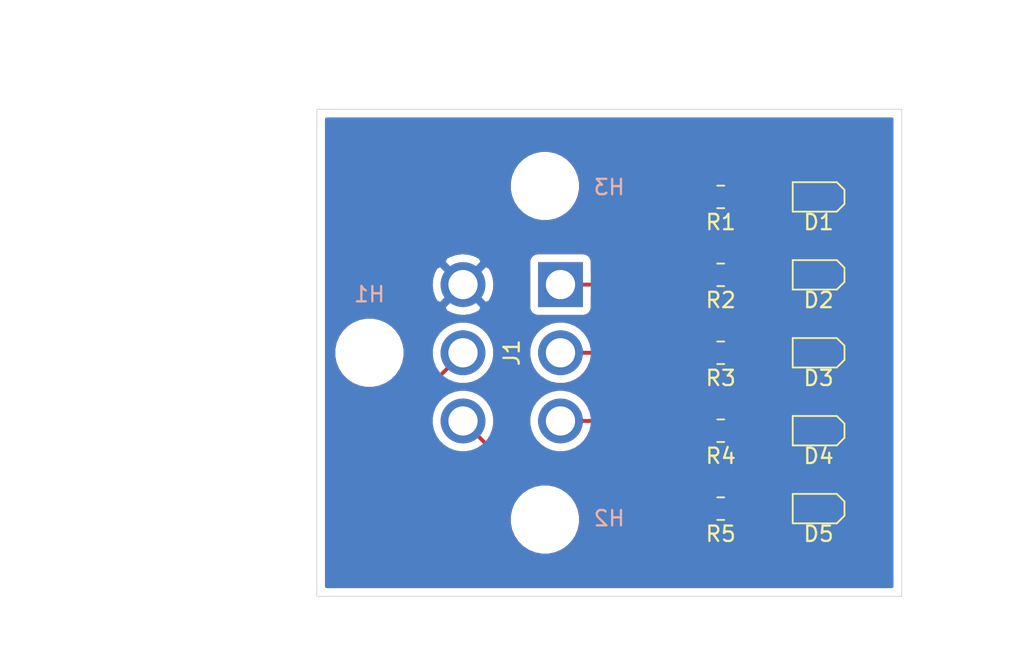
<source format=kicad_pcb>
(kicad_pcb (version 20240108) (generator "pcbnew") (generator_version "8.0")
  (layers (0 "F.Cu" signal) (31 "B.Cu" signal) (34 "B.Paste" user) (35 "F.Paste" user) (36 "B.SilkS" user "B.Silkscreen") (37 "F.SilkS" user "F.Silkscreen") (38 "B.Mask" user) (39 "F.Mask" user) (44 "Edge.Cuts" user))
  (net 0 "")
  (net 1 "GND")
  (net 2 "Net-(J1-Pad1)")
  (net 3 "Net-(J1-Pad2)")
  (net 4 "Net-(J1-Pad3)")
  (net 5 "Net-(J1-Pad4)")
  (net 6 "Net-(J1-Pad5)")
  (net 7 "Net-(D1-Pad1)")
  (net 8 "Net-(D2-Pad1)")
  (net 9 "Net-(D3-Pad1)")
  (net 10 "Net-(D4-Pad1)")
  (net 11 "Net-(D5-Pad1)")
  (footprint "Resistor_SMD:R_0805_2012Metric" (layer "F.Cu") (at 140.6125 90.17 180)
    (property "Reference" "R2" (at 0 -1.65 0) (layer "F.SilkS"))
    (property "Value" "1k")
    (fp_line (start -0.227064 0.735) (end 0.227064 0.735) (stroke (width 0.12)) (layer "F.SilkS"))
    (fp_line (start -0.227064 -0.735) (end 0.227064 -0.735) (stroke (width 0.12)) (layer "F.SilkS"))
    (pad "1" smd roundrect (at -0.9125 0 180) (size 1.025 1.4) (layers "F.Cu" "F.Paste" "F.Mask") (roundrect_rratio 0.243902) (net 8 "Net-(D2-Pad1)"))
    (pad "2" smd roundrect (at 0.9125 0 180) (size 1.025 1.4) (layers "F.Cu" "F.Paste" "F.Mask") (roundrect_rratio 0.243902) (net 3 "Net-(J1-Pad2)"))
  )
  (footprint "Example_Design:LED_0805_2012Metric" (layer "F.Cu") (at 146.9875 85.09 180)
    (property "Reference" "D1" (at 0 -1.65 0) (layer "F.SilkS"))
    (property "Value" "LED")
    (fp_line (start 1.685 -0.96) (end 1.685 0.96) (stroke (width 0.12)) (layer "F.SilkS"))
    (fp_line (start 1.685 -0.96) (end -1.185 -0.96) (stroke (width 0.12)) (layer "F.SilkS"))
    (fp_line (start -1.185 0.96) (end 1.685 0.96) (stroke (width 0.12)) (layer "F.SilkS"))
    (fp_line (start -1.185 0.96) (end -1.685 0.46) (stroke (width 0.12)) (layer "F.SilkS"))
    (fp_line (start -1.185 -0.96) (end -1.685 -0.46) (stroke (width 0.12)) (layer "F.SilkS"))
    (fp_line (start -1.685 -0.46) (end -1.685 0.46) (stroke (width 0.12)) (layer "F.SilkS"))
    (pad "1" smd roundrect (at 0.9375 0 180) (size 0.975 1.4) (layers "F.Cu" "F.Paste" "F.Mask") (net 7 "Net-(D1-Pad1)"))
    (pad "2" smd roundrect (at -0.9375 0 180) (size 0.975 1.4) (layers "F.Cu" "F.Paste" "F.Mask") (net 1 "GND"))
  )
  (footprint "Example_Design:LED_0805_2012Metric" (layer "F.Cu") (at 146.9875 105.41 180)
    (property "Reference" "D5" (at 0 -1.65 0) (layer "F.SilkS"))
    (property "Value" "LED")
    (fp_line (start 1.685 -0.96) (end 1.685 0.96) (stroke (width 0.12)) (layer "F.SilkS"))
    (fp_line (start 1.685 -0.96) (end -1.185 -0.96) (stroke (width 0.12)) (layer "F.SilkS"))
    (fp_line (start -1.185 0.96) (end 1.685 0.96) (stroke (width 0.12)) (layer "F.SilkS"))
    (fp_line (start -1.185 0.96) (end -1.685 0.46) (stroke (width 0.12)) (layer "F.SilkS"))
    (fp_line (start -1.185 -0.96) (end -1.685 -0.46) (stroke (width 0.12)) (layer "F.SilkS"))
    (fp_line (start -1.685 -0.46) (end -1.685 0.46) (stroke (width 0.12)) (layer "F.SilkS"))
    (pad "1" smd roundrect (at 0.9375 0 180) (size 0.975 1.4) (layers "F.Cu" "F.Paste" "F.Mask") (net 11 "Net-(D5-Pad1)"))
    (pad "2" smd roundrect (at -0.9375 0 180) (size 0.975 1.4) (layers "F.Cu" "F.Paste" "F.Mask") (net 1 "GND"))
  )
  (footprint "Example_Design:LED_0805_2012Metric" (layer "F.Cu") (at 146.9875 100.33 180)
    (property "Reference" "D4" (at 0 -1.65 0) (layer "F.SilkS"))
    (property "Value" "LED")
    (fp_line (start 1.685 -0.96) (end 1.685 0.96) (stroke (width 0.12)) (layer "F.SilkS"))
    (fp_line (start 1.685 -0.96) (end -1.185 -0.96) (stroke (width 0.12)) (layer "F.SilkS"))
    (fp_line (start -1.185 0.96) (end 1.685 0.96) (stroke (width 0.12)) (layer "F.SilkS"))
    (fp_line (start -1.185 0.96) (end -1.685 0.46) (stroke (width 0.12)) (layer "F.SilkS"))
    (fp_line (start -1.185 -0.96) (end -1.685 -0.46) (stroke (width 0.12)) (layer "F.SilkS"))
    (fp_line (start -1.685 -0.46) (end -1.685 0.46) (stroke (width 0.12)) (layer "F.SilkS"))
    (pad "1" smd roundrect (at 0.9375 0 180) (size 0.975 1.4) (layers "F.Cu" "F.Paste" "F.Mask") (net 10 "Net-(D4-Pad1)"))
    (pad "2" smd roundrect (at -0.9375 0 180) (size 0.975 1.4) (layers "F.Cu" "F.Paste" "F.Mask") (net 1 "GND"))
  )
  (footprint "Example_Design:LED_0805_2012Metric" (layer "F.Cu") (at 146.9875 90.17 180)
    (property "Reference" "D2" (at 0 -1.65 0) (layer "F.SilkS"))
    (property "Value" "LED")
    (fp_line (start 1.685 -0.96) (end 1.685 0.96) (stroke (width 0.12)) (layer "F.SilkS"))
    (fp_line (start 1.685 -0.96) (end -1.185 -0.96) (stroke (width 0.12)) (layer "F.SilkS"))
    (fp_line (start -1.185 0.96) (end 1.685 0.96) (stroke (width 0.12)) (layer "F.SilkS"))
    (fp_line (start -1.185 0.96) (end -1.685 0.46) (stroke (width 0.12)) (layer "F.SilkS"))
    (fp_line (start -1.185 -0.96) (end -1.685 -0.46) (stroke (width 0.12)) (layer "F.SilkS"))
    (fp_line (start -1.685 -0.46) (end -1.685 0.46) (stroke (width 0.12)) (layer "F.SilkS"))
    (pad "1" smd roundrect (at 0.9375 0 180) (size 0.975 1.4) (layers "F.Cu" "F.Paste" "F.Mask") (net 8 "Net-(D2-Pad1)"))
    (pad "2" smd roundrect (at -0.9375 0 180) (size 0.975 1.4) (layers "F.Cu" "F.Paste" "F.Mask") (net 1 "GND"))
  )
  (footprint "Example_Design:LED_0805_2012Metric" (layer "F.Cu") (at 146.9875 95.25 180)
    (property "Reference" "D3" (at 0 -1.65 0) (layer "F.SilkS"))
    (property "Value" "LED")
    (fp_line (start 1.685 -0.96) (end 1.685 0.96) (stroke (width 0.12)) (layer "F.SilkS"))
    (fp_line (start 1.685 -0.96) (end -1.185 -0.96) (stroke (width 0.12)) (layer "F.SilkS"))
    (fp_line (start -1.185 0.96) (end 1.685 0.96) (stroke (width 0.12)) (layer "F.SilkS"))
    (fp_line (start -1.185 0.96) (end -1.685 0.46) (stroke (width 0.12)) (layer "F.SilkS"))
    (fp_line (start -1.185 -0.96) (end -1.685 -0.46) (stroke (width 0.12)) (layer "F.SilkS"))
    (fp_line (start -1.685 -0.46) (end -1.685 0.46) (stroke (width 0.12)) (layer "F.SilkS"))
    (pad "1" smd roundrect (at 0.9375 0 180) (size 0.975 1.4) (layers "F.Cu" "F.Paste" "F.Mask") (net 9 "Net-(D3-Pad1)"))
    (pad "2" smd roundrect (at -0.9375 0 180) (size 0.975 1.4) (layers "F.Cu" "F.Paste" "F.Mask") (net 1 "GND"))
  )
  (footprint "Resistor_SMD:R_0805_2012Metric" (layer "F.Cu") (at 140.6125 85.09 180)
    (property "Reference" "R1" (at 0 -1.65 0) (layer "F.SilkS"))
    (property "Value" "1k")
    (fp_line (start -0.227064 0.735) (end 0.227064 0.735) (stroke (width 0.12)) (layer "F.SilkS"))
    (fp_line (start -0.227064 -0.735) (end 0.227064 -0.735) (stroke (width 0.12)) (layer "F.SilkS"))
    (pad "1" smd roundrect (at -0.9125 0 180) (size 1.025 1.4) (layers "F.Cu" "F.Paste" "F.Mask") (roundrect_rratio 0.243902) (net 7 "Net-(D1-Pad1)"))
    (pad "2" smd roundrect (at 0.9125 0 180) (size 1.025 1.4) (layers "F.Cu" "F.Paste" "F.Mask") (roundrect_rratio 0.243902) (net 2 "Net-(J1-Pad1)"))
  )
  (footprint "Resistor_SMD:R_0805_2012Metric" (layer "F.Cu") (at 140.6125 95.25 180)
    (property "Reference" "R3" (at 0 -1.65 0) (layer "F.SilkS"))
    (property "Value" "1k")
    (fp_line (start -0.227064 0.735) (end 0.227064 0.735) (stroke (width 0.12)) (layer "F.SilkS"))
    (fp_line (start -0.227064 -0.735) (end 0.227064 -0.735) (stroke (width 0.12)) (layer "F.SilkS"))
    (pad "1" smd roundrect (at -0.9125 0 180) (size 1.025 1.4) (layers "F.Cu" "F.Paste" "F.Mask") (roundrect_rratio 0.243902) (net 9 "Net-(D3-Pad1)"))
    (pad "2" smd roundrect (at 0.9125 0 180) (size 1.025 1.4) (layers "F.Cu" "F.Paste" "F.Mask") (roundrect_rratio 0.243902) (net 4 "Net-(J1-Pad3)"))
  )
  (footprint "Resistor_SMD:R_0805_2012Metric" (layer "F.Cu") (at 140.6125 105.41 180)
    (property "Reference" "R5" (at 0 -1.65 0) (layer "F.SilkS"))
    (property "Value" "1k")
    (fp_line (start -0.227064 0.735) (end 0.227064 0.735) (stroke (width 0.12)) (layer "F.SilkS"))
    (fp_line (start -0.227064 -0.735) (end 0.227064 -0.735) (stroke (width 0.12)) (layer "F.SilkS"))
    (pad "1" smd roundrect (at -0.9125 0 180) (size 1.025 1.4) (layers "F.Cu" "F.Paste" "F.Mask") (roundrect_rratio 0.243902) (net 11 "Net-(D5-Pad1)"))
    (pad "2" smd roundrect (at 0.9125 0 180) (size 1.025 1.4) (layers "F.Cu" "F.Paste" "F.Mask") (roundrect_rratio 0.243902) (net 6 "Net-(J1-Pad5)"))
  )
  (footprint "Example_Design:DT13-6P" (layer "F.Cu") (at 127 95.25 90)
    (property "Reference" "J1" (at 0 0 90) (layer "F.SilkS"))
    (property "Value" "DT13-6P")
    (pad "" np_thru_hole circle (at -10.8712 2.159 90) (size 3.429 3.429) (drill 3.429) (layers "*.Cu" "*.Mask"))
    (pad "" np_thru_hole circle (at 0 -9.271 90) (size 3.429 3.429) (drill 3.429) (layers "*.Cu" "*.Mask"))
    (pad "" np_thru_hole circle (at 10.8712 2.159 90) (size 3.429 3.429) (drill 3.429) (layers "*.Cu" "*.Mask"))
    (pad "1" thru_hole rect (at 4.445 3.175 90) (size 2.921 2.921) (drill 1.905) (layers "*.Cu" "*.Mask") (net 2 "Net-(J1-Pad1)"))
    (pad "2" thru_hole circle (at 0 3.175 90) (size 2.921 2.921) (drill 1.905) (layers "*.Cu" "*.Mask") (net 3 "Net-(J1-Pad2)"))
    (pad "3" thru_hole circle (at -4.445 3.175 90) (size 2.921 2.921) (drill 1.905) (layers "*.Cu" "*.Mask") (net 4 "Net-(J1-Pad3)"))
    (pad "4" thru_hole circle (at -4.445 -3.175 90) (size 2.921 2.921) (drill 1.905) (layers "*.Cu" "*.Mask") (net 5 "Net-(J1-Pad4)"))
    (pad "5" thru_hole circle (at 0 -3.175 90) (size 2.921 2.921) (drill 1.905) (layers "*.Cu" "*.Mask") (net 6 "Net-(J1-Pad5)"))
    (pad "6" thru_hole circle (at 4.445 -3.175 90) (size 2.921 2.921) (drill 1.905) (layers "*.Cu" "*.Mask") (net 1 "GND"))
  )
  (footprint "Resistor_SMD:R_0805_2012Metric" (layer "F.Cu") (at 140.6125 100.33 180)
    (property "Reference" "R4" (at 0 -1.65 0) (layer "F.SilkS"))
    (property "Value" "1k")
    (fp_line (start -0.227064 0.735) (end 0.227064 0.735) (stroke (width 0.12)) (layer "F.SilkS"))
    (fp_line (start -0.227064 -0.735) (end 0.227064 -0.735) (stroke (width 0.12)) (layer "F.SilkS"))
    (pad "1" smd roundrect (at -0.9125 0 180) (size 1.025 1.4) (layers "F.Cu" "F.Paste" "F.Mask") (roundrect_rratio 0.243902) (net 10 "Net-(D4-Pad1)"))
    (pad "2" smd roundrect (at 0.9125 0 180) (size 1.025 1.4) (layers "F.Cu" "F.Paste" "F.Mask") (roundrect_rratio 0.243902) (net 5 "Net-(J1-Pad4)"))
  )
  (footprint "Example_Design:MiscPart" (layer "F.Cu") (at 158.75 95.25)
    (property "Reference" "H4")
    (property "Value" "PCB")
  )
  (footprint "Example_Design:Screw #4" (layer "B.Cu") (at 129.159 106.1212)
    (property "Reference" "H2" (at 4.191 -0.0762 0) (layer "B.SilkS") (effects (justify mirror)))
    (property "Value" "Screw")
  )
  (footprint "Example_Design:Screw #4" (layer "B.Cu") (at 117.729 95.25)
    (property "Reference" "H1" (at 0 -3.81 0) (layer "B.SilkS") (effects (justify mirror)))
    (property "Value" "Screw")
  )
  (footprint "Example_Design:Screw #4" (layer "B.Cu") (at 129.159 84.3788)
    (property "Reference" "H3" (at 4.191 0.0762 0) (layer "B.SilkS") (effects (justify mirror)))
    (property "Value" "Screw")
  )
  (gr_line (start 114.3 79.375) (end 152.4 79.375) (stroke (width 0.0508)) (layer "Edge.Cuts"))
  (gr_line (start 152.4 111.125) (end 114.3 111.125) (stroke (width 0.0508)) (layer "Edge.Cuts"))
  (gr_line (start 114.3 111.125) (end 114.3 79.375) (stroke (width 0.0508)) (layer "Edge.Cuts"))
  (gr_line (start 152.4 79.375) (end 152.4 111.125) (stroke (width 0.0508)) (layer "Edge.Cuts"))
  (segment (start 130.175 90.805) (end 132.715 90.805) (width 0.254) (layer "F.Cu") (net 2))
  (segment (start 138.43 85.09) (end 139.7 85.09) (width 0.254) (layer "F.Cu") (net 2))
  (segment (start 132.715 90.805) (end 138.43 85.09) (width 0.254) (layer "F.Cu") (net 2))
  (segment (start 138.43 90.17) (end 139.7 90.17) (width 0.254) (layer "F.Cu") (net 3))
  (segment (start 130.175 95.25) (end 133.35 95.25) (width 0.254) (layer "F.Cu") (net 3))
  (segment (start 133.35 95.25) (end 138.43 90.17) (width 0.254) (layer "F.Cu") (net 3))
  (segment (start 130.175 99.695) (end 133.985 99.695) (width 0.254) (layer "F.Cu") (net 4))
  (segment (start 138.43 95.25) (end 139.7 95.25) (width 0.254) (layer "F.Cu") (net 4))
  (segment (start 133.985 99.695) (end 138.43 95.25) (width 0.254) (layer "F.Cu") (net 4))
  (segment (start 126.365 102.235) (end 136.525 102.235) (width 0.254) (layer "F.Cu") (net 5))
  (segment (start 136.525 102.235) (end 138.43 100.33) (width 0.254) (layer "F.Cu") (net 5))
  (segment (start 138.43 100.33) (end 139.7 100.33) (width 0.254) (layer "F.Cu") (net 5))
  (segment (start 123.825 99.695) (end 126.365 102.235) (width 0.254) (layer "F.Cu") (net 5))
  (segment (start 123.825 95.25) (end 121.285 97.79) (width 0.254) (layer "F.Cu") (net 6))
  (segment (start 138.43 105.41) (end 139.7 105.41) (width 0.254) (layer "F.Cu") (net 6))
  (segment (start 121.285 97.79) (end 121.285 100.965) (width 0.254) (layer "F.Cu") (net 6))
  (segment (start 135.89 102.87) (end 138.43 105.41) (width 0.254) (layer "F.Cu") (net 6))
  (segment (start 123.19 102.87) (end 135.89 102.87) (width 0.254) (layer "F.Cu") (net 6))
  (segment (start 121.285 100.965) (end 123.19 102.87) (width 0.254) (layer "F.Cu") (net 6))
  (segment (start 141.525 85.09) (end 146.05 85.09) (width 0.254) (layer "F.Cu") (net 7))
  (segment (start 141.525 90.17) (end 146.05 90.17) (width 0.254) (layer "F.Cu") (net 8))
  (segment (start 141.525 95.25) (end 146.05 95.25) (width 0.254) (layer "F.Cu") (net 9))
  (segment (start 141.525 100.33) (end 146.05 100.33) (width 0.254) (layer "F.Cu") (net 10))
  (segment (start 141.525 105.41) (end 146.05 105.41) (width 0.254) (layer "F.Cu") (net 11))
  (zone (net 1) (net_name "GND") (layer "F.Cu") (connect_pads (clearance 0.508)) (min_thickness 0.254) (fill yes (thermal_gap 0.508) (thermal_bridge_width 0.508))
    (polygon (pts (xy 152.4 111.125) (xy 114.3 111.125) (xy 114.3 79.375) (xy 152.4 79.375)))
  )
  (zone (net 1) (net_name "GND") (layer "B.Cu") (connect_pads (clearance 0.508)) (min_thickness 0.254) (fill yes (thermal_gap 0.508) (thermal_bridge_width 0.508))
    (polygon (pts (xy 152.4 111.125) (xy 114.3 111.125) (xy 114.3 79.375) (xy 152.4 79.375)))
  )
)
</source>
